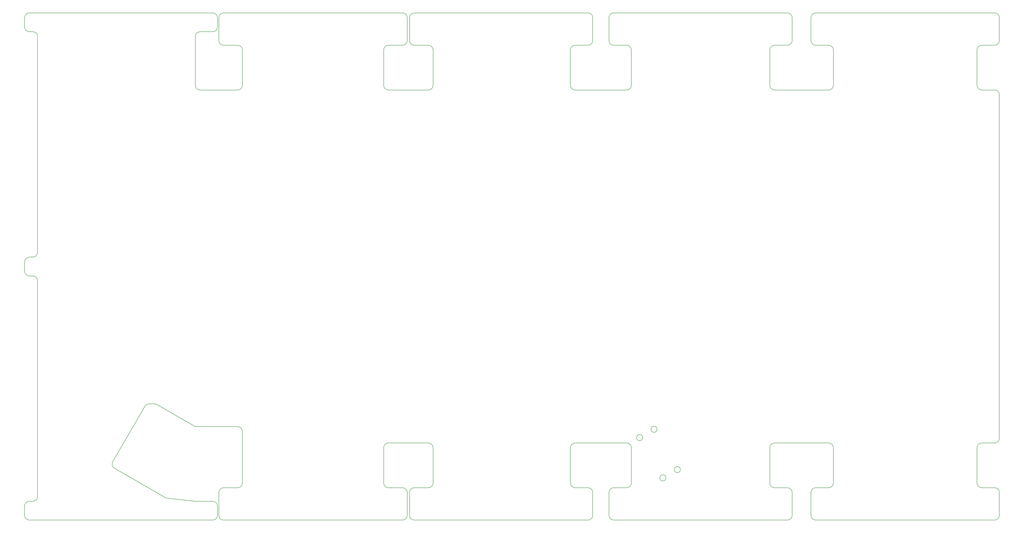
<source format=gm1>
%TF.GenerationSoftware,KiCad,Pcbnew,7.0.8*%
%TF.CreationDate,2024-01-15T20:22:08-08:00*%
%TF.ProjectId,FlexDeploySidePanels,466c6578-4465-4706-9c6f-795369646550,rev?*%
%TF.SameCoordinates,Original*%
%TF.FileFunction,Profile,NP*%
%FSLAX46Y46*%
G04 Gerber Fmt 4.6, Leading zero omitted, Abs format (unit mm)*
G04 Created by KiCad (PCBNEW 7.0.8) date 2024-01-15 20:22:08*
%MOMM*%
%LPD*%
G01*
G04 APERTURE LIST*
%TA.AperFunction,Profile*%
%ADD10C,0.200000*%
%TD*%
G04 APERTURE END LIST*
D10*
X321500000Y-299000000D02*
X321500000Y-284000000D01*
X337908000Y-303000000D02*
X337908000Y-312750000D01*
X89700000Y-312750000D02*
G75*
G03*
X91700000Y-314750000I2000000J0D01*
G01*
X252200000Y-101250000D02*
G75*
G03*
X250200000Y-99250000I-2000000J0D01*
G01*
X503708000Y-111000000D02*
X503708000Y-101250000D01*
X263200000Y-284000000D02*
G75*
G03*
X261200000Y-282000000I-2000000J0D01*
G01*
X321500000Y-130000000D02*
G75*
G03*
X323500000Y-132000000I2000000J0D01*
G01*
X255200000Y-301000000D02*
G75*
G03*
X253200000Y-303000000I0J-2000000D01*
G01*
X433208000Y-284000000D02*
X433208000Y-299000000D01*
X331000000Y-101250000D02*
G75*
G03*
X329000000Y-99250000I-2000000J0D01*
G01*
X89700000Y-308750000D02*
X89700000Y-312750000D01*
X503708000Y-280000000D02*
X503708000Y-134000000D01*
X145886369Y-265634934D02*
X161735898Y-274785663D01*
X127118407Y-290017611D02*
G75*
G03*
X127850471Y-292749670I1732093J-999989D01*
G01*
X174200000Y-113000000D02*
X180200000Y-113000000D01*
X501708000Y-314750000D02*
G75*
G03*
X503708000Y-312750000I0J2000000D01*
G01*
X425708000Y-314750000D02*
X501708000Y-314750000D01*
X261200000Y-132000000D02*
X244200000Y-132000000D01*
X329000000Y-314750000D02*
G75*
G03*
X331000000Y-312750000I0J2000000D01*
G01*
X329000000Y-301000000D02*
X323500000Y-301000000D01*
X501708000Y-113000000D02*
G75*
G03*
X503708000Y-111000000I0J2000000D01*
G01*
X415708000Y-303000000D02*
G75*
G03*
X413708000Y-301000000I-2000000J0D01*
G01*
X261200000Y-301000000D02*
X255200000Y-301000000D01*
X263200000Y-284000000D02*
X263200000Y-299000000D01*
X91700000Y-107250000D02*
X93200000Y-107250000D01*
X171600000Y-308750000D02*
G75*
G03*
X169600000Y-306750000I-2000000J0D01*
G01*
X174200000Y-314750000D02*
X250200000Y-314750000D01*
X244200000Y-113000000D02*
X250200000Y-113000000D01*
X425708000Y-301000000D02*
G75*
G03*
X423708000Y-303000000I0J-2000000D01*
G01*
X242200000Y-299000000D02*
G75*
G03*
X244200000Y-301000000I2000000J0D01*
G01*
X145886378Y-265634918D02*
G75*
G03*
X144886369Y-265366984I-999978J-1732082D01*
G01*
X408208000Y-282000000D02*
G75*
G03*
X406208000Y-284000000I0J-2000000D01*
G01*
X89700000Y-209000000D02*
G75*
G03*
X91700000Y-211000000I2000000J0D01*
G01*
X242200000Y-130000000D02*
X242200000Y-115000000D01*
X431208000Y-301000000D02*
X425708000Y-301000000D01*
X171600000Y-101250000D02*
G75*
G03*
X169600000Y-99250000I-2000000J0D01*
G01*
X255200000Y-113000000D02*
X261200000Y-113000000D01*
X244200000Y-282000000D02*
G75*
G03*
X242200000Y-284000000I0J-2000000D01*
G01*
X503708000Y-312750000D02*
X503708000Y-303000000D01*
X255200000Y-314750000D02*
X329000000Y-314750000D01*
X494208000Y-130000000D02*
X494208000Y-115000000D01*
X339908000Y-113000000D02*
X345408000Y-113000000D01*
X501708000Y-301000000D02*
X496208000Y-301000000D01*
X142505171Y-265366984D02*
X144886369Y-265366984D01*
X323500000Y-282000000D02*
G75*
G03*
X321500000Y-284000000I0J-2000000D01*
G01*
X347408000Y-115000000D02*
X347408000Y-130000000D01*
X423708000Y-111000000D02*
G75*
G03*
X425708000Y-113000000I2000000J0D01*
G01*
X127118420Y-290017619D02*
X140773121Y-266366984D01*
X431208000Y-301000000D02*
G75*
G03*
X433208000Y-299000000I0J2000000D01*
G01*
X250200000Y-314750000D02*
G75*
G03*
X252200000Y-312750000I0J2000000D01*
G01*
X93200000Y-203000000D02*
G75*
G03*
X95200000Y-201000000I0J2000000D01*
G01*
X329000000Y-113000000D02*
G75*
G03*
X331000000Y-111000000I0J2000000D01*
G01*
X242200000Y-130000000D02*
G75*
G03*
X244200000Y-132000000I2000000J0D01*
G01*
X406208000Y-299000000D02*
G75*
G03*
X408208000Y-301000000I2000000J0D01*
G01*
X93200000Y-306750000D02*
X91700000Y-306750000D01*
X250200000Y-301000000D02*
X244200000Y-301000000D01*
X171600000Y-312750000D02*
X171600000Y-308750000D01*
X423708000Y-101250000D02*
X423708000Y-111000000D01*
X331000000Y-312750000D02*
X331000000Y-303000000D01*
X253200000Y-111000000D02*
G75*
G03*
X255200000Y-113000000I2000000J0D01*
G01*
X89700000Y-205000000D02*
X89700000Y-209000000D01*
X337908000Y-101250000D02*
X337908000Y-111000000D01*
X408208000Y-113000000D02*
X413708000Y-113000000D01*
X433208000Y-284000000D02*
G75*
G03*
X431208000Y-282000000I-2000000J0D01*
G01*
X244200000Y-282000000D02*
X261200000Y-282000000D01*
X182200000Y-115000000D02*
G75*
G03*
X180200000Y-113000000I-2000000J0D01*
G01*
X501708000Y-99250000D02*
X425708000Y-99250000D01*
X494208000Y-130000000D02*
G75*
G03*
X496208000Y-132000000I2000000J0D01*
G01*
X172200000Y-111000000D02*
G75*
G03*
X174200000Y-113000000I2000000J0D01*
G01*
X172200000Y-101250000D02*
X172200000Y-111000000D01*
X321500000Y-130000000D02*
X321500000Y-115000000D01*
X182199987Y-277053613D02*
G75*
G03*
X180200000Y-275053613I-1999987J13D01*
G01*
X406208000Y-130000000D02*
G75*
G03*
X408208000Y-132000000I2000000J0D01*
G01*
X347408000Y-284000000D02*
G75*
G03*
X345408000Y-282000000I-2000000J0D01*
G01*
X352212112Y-279680676D02*
G75*
G03*
X352212112Y-279680676I-1300000J0D01*
G01*
X161735897Y-274785664D02*
G75*
G03*
X162735898Y-275053613I1000003J1732064D01*
G01*
X174200000Y-99250000D02*
G75*
G03*
X172200000Y-101250000I0J-2000000D01*
G01*
X149414358Y-305199586D02*
X127850471Y-292749670D01*
X252200000Y-303000000D02*
G75*
G03*
X250200000Y-301000000I-2000000J0D01*
G01*
X408208000Y-282000000D02*
X431208000Y-282000000D01*
X89700000Y-105250000D02*
G75*
G03*
X91700000Y-107250000I2000000J0D01*
G01*
X329000000Y-99250000D02*
X255200000Y-99250000D01*
X433208000Y-115000000D02*
G75*
G03*
X431208000Y-113000000I-2000000J0D01*
G01*
X255200000Y-99250000D02*
G75*
G03*
X253200000Y-101250000I0J-2000000D01*
G01*
X180200000Y-301000000D02*
G75*
G03*
X182200000Y-299000000I0J2000000D01*
G01*
X347408000Y-284000000D02*
X347408000Y-299000000D01*
X253200000Y-303000000D02*
X253200000Y-312750000D01*
X413708000Y-314750000D02*
G75*
G03*
X415708000Y-312750000I0J2000000D01*
G01*
X321500000Y-299000000D02*
G75*
G03*
X323500000Y-301000000I2000000J0D01*
G01*
X91700000Y-211000000D02*
X93200000Y-211000000D01*
X95200000Y-213000000D02*
X95200000Y-304750000D01*
X331000000Y-303000000D02*
G75*
G03*
X329000000Y-301000000I-2000000J0D01*
G01*
X347408000Y-115000000D02*
G75*
G03*
X345408000Y-113000000I-2000000J0D01*
G01*
X406208000Y-299000000D02*
X406208000Y-284000000D01*
X91700000Y-306750000D02*
G75*
G03*
X89700000Y-308750000I0J-2000000D01*
G01*
X169600000Y-107250000D02*
G75*
G03*
X171600000Y-105250000I0J2000000D01*
G01*
X368223653Y-293299479D02*
G75*
G03*
X368223653Y-293299479I-1300000J0D01*
G01*
X496208000Y-282000000D02*
X501708000Y-282000000D01*
X182200000Y-115000000D02*
X182200000Y-130000000D01*
X261200000Y-301000000D02*
G75*
G03*
X263200000Y-299000000I0J2000000D01*
G01*
X337908000Y-312750000D02*
G75*
G03*
X339908000Y-314750000I2000000J0D01*
G01*
X339908000Y-301000000D02*
G75*
G03*
X337908000Y-303000000I0J-2000000D01*
G01*
X503708000Y-303000000D02*
G75*
G03*
X501708000Y-301000000I-2000000J0D01*
G01*
X253200000Y-101250000D02*
X253200000Y-111000000D01*
X339908000Y-314750000D02*
X413708000Y-314750000D01*
X91700000Y-203000000D02*
G75*
G03*
X89700000Y-205000000I0J-2000000D01*
G01*
X501708000Y-282000000D02*
G75*
G03*
X503708000Y-280000000I0J2000000D01*
G01*
X494208000Y-299000000D02*
G75*
G03*
X496208000Y-301000000I2000000J0D01*
G01*
X425708000Y-113000000D02*
X431208000Y-113000000D01*
X345408000Y-301000000D02*
X339908000Y-301000000D01*
X91700000Y-314750000D02*
X169600000Y-314750000D01*
X164200000Y-107250000D02*
G75*
G03*
X162200000Y-109250000I0J-2000000D01*
G01*
X95200000Y-109250000D02*
X95200000Y-201000000D01*
X252200000Y-111000000D02*
X252200000Y-101250000D01*
X503708000Y-134000000D02*
G75*
G03*
X501708000Y-132000000I-2000000J0D01*
G01*
X337908000Y-111000000D02*
G75*
G03*
X339908000Y-113000000I2000000J0D01*
G01*
X95200000Y-109250000D02*
G75*
G03*
X93200000Y-107250000I-2000000J0D01*
G01*
X172200000Y-312750000D02*
G75*
G03*
X174200000Y-314750000I2000000J0D01*
G01*
X496208000Y-113000000D02*
G75*
G03*
X494208000Y-115000000I0J-2000000D01*
G01*
X242200000Y-299000000D02*
X242200000Y-284000000D01*
X339908000Y-99250000D02*
G75*
G03*
X337908000Y-101250000I0J-2000000D01*
G01*
X362112112Y-296827979D02*
G75*
G03*
X362112112Y-296827979I-1300000J0D01*
G01*
X413708000Y-113000000D02*
G75*
G03*
X415708000Y-111000000I0J2000000D01*
G01*
X358323653Y-276152176D02*
G75*
G03*
X358323653Y-276152176I-1300000J0D01*
G01*
X345408000Y-132000000D02*
G75*
G03*
X347408000Y-130000000I0J2000000D01*
G01*
X433208000Y-115000000D02*
X433208000Y-130000000D01*
X494208000Y-299000000D02*
X494208000Y-284000000D01*
X323500000Y-113000000D02*
X329000000Y-113000000D01*
X93200000Y-203000000D02*
X91700000Y-203000000D01*
X180200000Y-301000000D02*
X174200000Y-301000000D01*
X496208000Y-113000000D02*
X501708000Y-113000000D01*
X93200000Y-306750000D02*
G75*
G03*
X95200000Y-304750000I0J2000000D01*
G01*
X415708000Y-111000000D02*
X415708000Y-101250000D01*
X91700000Y-99250000D02*
G75*
G03*
X89700000Y-101250000I0J-2000000D01*
G01*
X162200000Y-130000000D02*
G75*
G03*
X164200000Y-132000000I2000000J0D01*
G01*
X174200000Y-301000000D02*
G75*
G03*
X172200000Y-303000000I0J-2000000D01*
G01*
X172200000Y-303000000D02*
X172200000Y-312750000D01*
X425708000Y-99250000D02*
G75*
G03*
X423708000Y-101250000I0J-2000000D01*
G01*
X423708000Y-312750000D02*
G75*
G03*
X425708000Y-314750000I2000000J0D01*
G01*
X331000000Y-111000000D02*
X331000000Y-101250000D01*
X261200000Y-132000000D02*
G75*
G03*
X263200000Y-130000000I0J2000000D01*
G01*
X345408000Y-132000000D02*
X323500000Y-132000000D01*
X171600000Y-105250000D02*
X171600000Y-101250000D01*
X169600000Y-306750000D02*
X162200000Y-306750000D01*
X263200000Y-115000000D02*
G75*
G03*
X261200000Y-113000000I-2000000J0D01*
G01*
X149414364Y-305199575D02*
G75*
G03*
X150199937Y-305456007I1000036J1732075D01*
G01*
X415708000Y-312750000D02*
X415708000Y-303000000D01*
X413708000Y-301000000D02*
X408208000Y-301000000D01*
X89700000Y-101250000D02*
X89700000Y-105250000D01*
X323500000Y-113000000D02*
G75*
G03*
X321500000Y-115000000I0J-2000000D01*
G01*
X413708000Y-99250000D02*
X339908000Y-99250000D01*
X503708000Y-101250000D02*
G75*
G03*
X501708000Y-99250000I-2000000J0D01*
G01*
X253200000Y-312750000D02*
G75*
G03*
X255200000Y-314750000I2000000J0D01*
G01*
X169600000Y-314750000D02*
G75*
G03*
X171600000Y-312750000I0J2000000D01*
G01*
X496208000Y-282000000D02*
G75*
G03*
X494208000Y-284000000I0J-2000000D01*
G01*
X431208000Y-132000000D02*
G75*
G03*
X433208000Y-130000000I0J2000000D01*
G01*
X142505171Y-265366968D02*
G75*
G03*
X140773121Y-266366984I29J-2000032D01*
G01*
X431208000Y-132000000D02*
X408208000Y-132000000D01*
X182200000Y-277053613D02*
X182200000Y-299000000D01*
X252200000Y-312750000D02*
X252200000Y-303000000D01*
X180200000Y-132000000D02*
X164200000Y-132000000D01*
X250200000Y-99250000D02*
X174200000Y-99250000D01*
X415708000Y-101250000D02*
G75*
G03*
X413708000Y-99250000I-2000000J0D01*
G01*
X423708000Y-303000000D02*
X423708000Y-312750000D01*
X323500000Y-282000000D02*
X345408000Y-282000000D01*
X406208000Y-130000000D02*
X406208000Y-115000000D01*
X263200000Y-115000000D02*
X263200000Y-130000000D01*
X162200000Y-130000000D02*
X162200000Y-109250000D01*
X244200000Y-113000000D02*
G75*
G03*
X242200000Y-115000000I0J-2000000D01*
G01*
X250200000Y-113000000D02*
G75*
G03*
X252200000Y-111000000I0J2000000D01*
G01*
X162200000Y-306750000D02*
X150199937Y-305456008D01*
X164200000Y-107250000D02*
X169600000Y-107250000D01*
X95200000Y-213000000D02*
G75*
G03*
X93200000Y-211000000I-2000000J0D01*
G01*
X162735898Y-275053613D02*
X180200000Y-275053613D01*
X180200000Y-132000000D02*
G75*
G03*
X182200000Y-130000000I0J2000000D01*
G01*
X408208000Y-113000000D02*
G75*
G03*
X406208000Y-115000000I0J-2000000D01*
G01*
X345408000Y-301000000D02*
G75*
G03*
X347408000Y-299000000I0J2000000D01*
G01*
X501708000Y-132000000D02*
X496208000Y-132000000D01*
X169600000Y-99250000D02*
X91700000Y-99250000D01*
M02*

</source>
